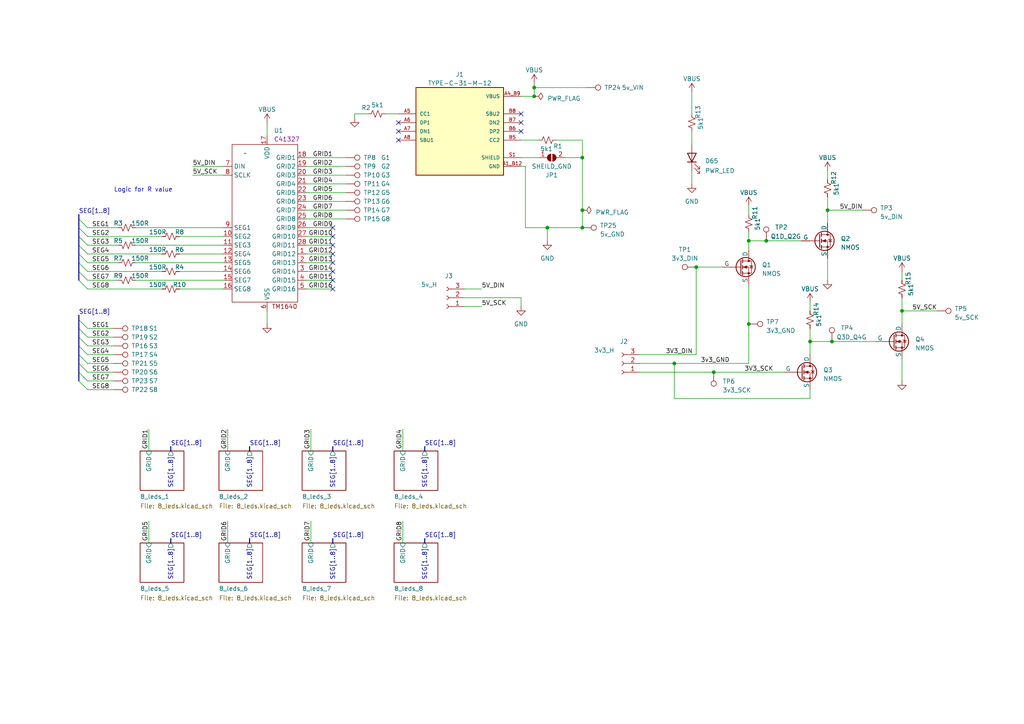
<source format=kicad_sch>
(kicad_sch (version 20230121) (generator eeschema)
  (paper "A4")
  (lib_symbols
    (symbol "Connector:Conn_01x03_Socket" (pin_names (offset 1.016) hide)
      (property "Reference" "J" (at 0 5.08 0))
      (property "Value" "Conn_01x03_Socket" (at 0 -5.08 0))
      (symbol "Conn_01x03_Socket_1_1"
        (arc (start 0 -2.032) (mid -0.5058 -2.54) (end 0 -3.048) (stroke (width 0.1524)))
        (polyline (pts (xy -1.27 -2.54) (xy -0.508 -2.54)) (stroke (width 0.1524)))
        (polyline (pts (xy -1.27 0) (xy -0.508 0)) (stroke (width 0.1524)))
        (polyline (pts (xy -1.27 2.54) (xy -0.508 2.54)) (stroke (width 0.1524)))
        (arc (start 0 0.508) (mid -0.5058 0) (end 0 -0.508) (stroke (width 0.1524)))
        (arc (start 0 3.048) (mid -0.5058 2.54) (end 0 2.032) (stroke (width 0.1524)))
        (pin passive line (at -5.08 2.54 0) (length 3.81) (name "Pin_1") (number "1"))
        (pin passive line (at -5.08 0 0) (length 3.81) (name "Pin_2") (number "2"))
        (pin passive line (at -5.08 -2.54 0) (length 3.81) (name "Pin_3") (number "3"))
      )
    )
    (symbol "Connector:TestPoint" (pin_numbers hide) (pin_names (offset 0.762) hide)
      (property "Reference" "TP" (at 0 6.858 0))
      (property "Value" "TestPoint" (at 0 5.08 0))
      (symbol "TestPoint_0_1"
        (circle (center 0 3.302) (radius 0.762))
      )
      (symbol "TestPoint_1_1"
        (pin passive line (at 0 0 90) (length 2.54) (name "1") (number "1"))
      )
    )
    (symbol "Device:LED" (pin_numbers hide) (pin_names (offset 1.016) hide)
      (property "Reference" "D" (at 0 2.54 0))
      (property "Value" "LED" (at 0 -2.54 0))
      (symbol "LED_0_1"
        (polyline (pts (xy -1.27 -1.27) (xy -1.27 1.27)) (stroke (width 0.254)))
        (polyline (pts (xy -1.27 0) (xy 1.27 0)))
        (polyline (pts (xy 1.27 -1.27) (xy 1.27 1.27) (xy -1.27 0) (xy 1.27 -1.27)) (stroke (width 0.254)))
        (polyline (pts (xy -3.048 -0.762) (xy -4.572 -2.286) (xy -3.81 -2.286) (xy -4.572 -2.286) (xy -4.572 -1.524)))
        (polyline (pts (xy -1.778 -0.762) (xy -3.302 -2.286) (xy -2.54 -2.286) (xy -3.302 -2.286) (xy -3.302 -1.524)))
      )
      (symbol "LED_1_1"
        (pin passive line (at -3.81 0 0) (length 2.54) (name "K") (number "1"))
        (pin passive line (at 3.81 0 180) (length 2.54) (name "A") (number "2"))
      )
    )
    (symbol "Device:R_Small_US" (pin_numbers hide) (pin_names (offset 0.254) hide)
      (property "Reference" "R" (at 0.762 0.508 0))
      (property "Value" "R_Small_US" (at 0.762 -1.016 0))
      (symbol "R_Small_US_1_1"
        (polyline (pts (xy 0 0) (xy 1.016 -0.381) (xy 0 -0.762) (xy -1.016 -1.143) (xy 0 -1.524)))
        (polyline (pts (xy 0 1.524) (xy 1.016 1.143) (xy 0 0.762) (xy -1.016 0.381) (xy 0 0)))
        (pin passive line (at 0 2.54 270) (length 1.016) (name "~") (number "1"))
        (pin passive line (at 0 -2.54 90) (length 1.016) (name "~") (number "2"))
      )
    )
    (symbol "Driver_LED:TM1640"
      (property "Reference" "U" (at 6.35 22.86 0))
      (property "JLC#" "C41327" (at 5.08 -27.94 0))
      (symbol "TM1640_0_1"
        (rectangle (start -10.16 21.59) (end 8.89 -24.13))
        (text "TM1640" (at 5.08 -25.4 0) (effects (font (size 1.27 1.27))))
      )
      (symbol "TM1640_1_1"
        (pin output line (at 11.43 -10.16 180) (length 2.54) (name "GRID12") (number "1"))
        (pin input line (at -12.7 -5.08 0) (length 2.54) (name "SEG2") (number "10"))
        (pin input line (at -12.7 -7.62 0) (length 2.54) (name "SEG3") (number "11"))
        (pin input line (at -12.7 -10.16 0) (length 2.54) (name "SEG4") (number "12"))
        (pin input line (at -12.7 -12.7 0) (length 2.54) (name "SEG5") (number "13"))
        (pin input line (at -12.7 -15.24 0) (length 2.54) (name "SEG6") (number "14"))
        (pin input line (at -12.7 -17.78 0) (length 2.54) (name "SEG7") (number "15"))
        (pin input line (at -12.7 -20.32 0) (length 2.54) (name "SEG8") (number "16"))
        (pin power_in line (at 0 24.13 270) (length 2.54) (name "VDD") (number "17"))
        (pin output line (at 11.43 17.78 180) (length 2.54) (name "GRID1") (number "18"))
        (pin output line (at 11.43 15.24 180) (length 2.54) (name "GRID2") (number "19"))
        (pin output line (at 11.43 -12.7 180) (length 2.54) (name "GRID13") (number "2"))
        (pin output line (at 11.43 12.7 180) (length 2.54) (name "GRID3") (number "20"))
        (pin output line (at 11.43 10.16 180) (length 2.54) (name "GRID4") (number "21"))
        (pin output line (at 11.43 7.62 180) (length 2.54) (name "GRID5") (number "22"))
        (pin output line (at 11.43 5.08 180) (length 2.54) (name "GRID6") (number "23"))
        (pin output line (at 11.43 2.54 180) (length 2.54) (name "GRID7") (number "24"))
        (pin output line (at 11.43 0 180) (length 2.54) (name "GRID8") (number "25"))
        (pin output line (at 11.43 -2.54 180) (length 2.54) (name "GRID9") (number "26"))
        (pin output line (at 11.43 -5.08 180) (length 2.54) (name "GRID10") (number "27"))
        (pin output line (at 11.43 -7.62 180) (length 2.54) (name "GRID11") (number "28"))
        (pin output line (at 11.43 -15.24 180) (length 2.54) (name "GRID14") (number "3"))
        (pin output line (at 11.43 -17.78 180) (length 2.54) (name "GRID15") (number "4"))
        (pin output line (at 11.43 -20.32 180) (length 2.54) (name "GRID16") (number "5"))
        (pin power_in line (at 0 -26.67 90) (length 2.54) (name "VSS") (number "6"))
        (pin input line (at -12.7 15.24 0) (length 2.54) (name "DIN") (number "7"))
        (pin input line (at -12.7 12.7 0) (length 2.54) (name "SCLK") (number "8"))
        (pin input line (at -12.7 -2.54 0) (length 2.54) (name "SEG1") (number "9"))
      )
    )
    (symbol "Jumper:SolderJumper_2_Open" (pin_names (offset 0) hide)
      (property "Reference" "JP" (at 0 2.032 0))
      (property "Value" "SolderJumper_2_Open" (at 0 -2.54 0))
      (symbol "SolderJumper_2_Open_0_1"
        (arc (start -0.254 1.016) (mid -1.2656 0) (end -0.254 -1.016))
        (arc (start -0.254 1.016) (mid -1.2656 0) (end -0.254 -1.016) (fill (type outline)))
        (polyline (pts (xy -0.254 1.016) (xy -0.254 -1.016)))
        (polyline (pts (xy 0.254 1.016) (xy 0.254 -1.016)))
        (arc (start 0.254 -1.016) (mid 1.2656 0) (end 0.254 1.016))
        (arc (start 0.254 -1.016) (mid 1.2656 0) (end 0.254 1.016) (fill (type outline)))
      )
      (symbol "SolderJumper_2_Open_1_1"
        (pin passive line (at -3.81 0 0) (length 2.54) (name "A") (number "1"))
        (pin passive line (at 3.81 0 180) (length 2.54) (name "B") (number "2"))
      )
    )
    (symbol "Simulation_SPICE:NMOS" (pin_numbers hide) (pin_names (offset 0))
      (property "Reference" "Q" (at 5.08 1.27 0))
      (property "Value" "NMOS" (at 5.08 -1.27 0))
      (symbol "NMOS_0_1"
        (polyline (pts (xy 0.254 0) (xy -2.54 0)))
        (polyline (pts (xy 0.254 1.905) (xy 0.254 -1.905)) (stroke (width 0.254)))
        (polyline (pts (xy 0.762 -1.27) (xy 0.762 -2.286)) (stroke (width 0.254)))
        (polyline (pts (xy 0.762 0.508) (xy 0.762 -0.508)) (stroke (width 0.254)))
        (polyline (pts (xy 0.762 2.286) (xy 0.762 1.27)) (stroke (width 0.254)))
        (polyline (pts (xy 2.54 2.54) (xy 2.54 1.778)))
        (polyline (pts (xy 2.54 -2.54) (xy 2.54 0) (xy 0.762 0)))
        (polyline (pts (xy 0.762 -1.778) (xy 3.302 -1.778) (xy 3.302 1.778) (xy 0.762 1.778)))
        (polyline (pts (xy 1.016 0) (xy 2.032 0.381) (xy 2.032 -0.381) (xy 1.016 0)) (fill (type outline)))
        (polyline (pts (xy 2.794 0.508) (xy 2.921 0.381) (xy 3.683 0.381) (xy 3.81 0.254)))
        (polyline (pts (xy 3.302 0.381) (xy 2.921 -0.254) (xy 3.683 -0.254) (xy 3.302 0.381)))
        (circle (center 1.651 0) (radius 2.794) (stroke (width 0.254)))
        (circle (center 2.54 -1.778) (radius 0.254) (fill (type outline)))
        (circle (center 2.54 1.778) (radius 0.254) (fill (type outline)))
      )
      (symbol "NMOS_1_1"
        (pin passive line (at 2.54 5.08 270) (length 2.54) (name "D") (number "1"))
        (pin input line (at -5.08 0 0) (length 2.54) (name "G") (number "2"))
        (pin passive line (at 2.54 -5.08 90) (length 2.54) (name "S") (number "3"))
      )
    )
    (symbol "TYPE-C-31-M-12:TYPE-C-31-M-12" (pin_names (offset 1.016))
      (property "Reference" "J" (at -12.7 13.462 0))
      (property "Value" "TYPE-C-31-M-12" (at -12.7 -13.462 0))
      (symbol "TYPE-C-31-M-12_0_0"
        (rectangle (start -12.7 -12.7) (end 12.7 12.7) (stroke (width 0.254)) (fill (type background)))
        (pin power_in line (at 17.78 -10.16 180) (length 5.08) (name "GND") (number "A1_B12"))
        (pin power_in line (at 17.78 10.16 180) (length 5.08) (name "VBUS") (number "A4_B9"))
        (pin bidirectional line (at -17.78 5.08 0) (length 5.08) (name "CC1") (number "A5"))
        (pin bidirectional line (at -17.78 2.54 0) (length 5.08) (name "DP1") (number "A6"))
        (pin bidirectional line (at -17.78 0 0) (length 5.08) (name "DN1") (number "A7"))
        (pin bidirectional line (at -17.78 -2.54 0) (length 5.08) (name "SBU1") (number "A8"))
        (pin power_in line (at 17.78 -10.16 180) (length 5.08) hide (name "GND") (number "B1_A12"))
        (pin power_in line (at 17.78 10.16 180) (length 5.08) hide (name "VBUS") (number "B4_A9"))
        (pin bidirectional line (at 17.78 -2.54 180) (length 5.08) (name "CC2") (number "B5"))
        (pin bidirectional line (at 17.78 0 180) (length 5.08) (name "DP2") (number "B6"))
        (pin bidirectional line (at 17.78 2.54 180) (length 5.08) (name "DN2") (number "B7"))
        (pin bidirectional line (at 17.78 5.08 180) (length 5.08) (name "SBU2") (number "B8"))
        (pin passive line (at 17.78 -7.62 180) (length 5.08) (name "SHIELD") (number "S1"))
        (pin passive line (at 17.78 -7.62 180) (length 5.08) hide (name "SHIELD") (number "S2"))
        (pin passive line (at 17.78 -7.62 180) (length 5.08) hide (name "SHIELD") (number "S3"))
        (pin passive line (at 17.78 -7.62 180) (length 5.08) hide (name "SHIELD") (number "S4"))
      )
    )
    (symbol "power:GND" (power) (pin_names (offset 0))
      (property "Value" "GND" (at 0 -3.81 0))
      (symbol "GND_0_1"
        (polyline (pts (xy 0 0) (xy 0 -1.27) (xy 1.27 -1.27) (xy 0 -2.54) (xy -1.27 -1.27) (xy 0 -1.27)))
      )
      (symbol "GND_1_1"
        (pin power_in line (at 0 0 270) (length 0) hide (name "GND") (number "1"))
      )
    )
    (symbol "power:PWR_FLAG" (power) (pin_numbers hide) (pin_names (offset 0) hide)
      (property "Value" "PWR_FLAG" (at 0 3.81 0))
      (symbol "PWR_FLAG_0_0"
        (pin power_out line (at 0 0 90) (length 0) (name "pwr") (number "1"))
      )
      (symbol "PWR_FLAG_0_1"
        (polyline (pts (xy 0 0) (xy 0 1.27) (xy -1.016 1.905) (xy 0 2.54) (xy 1.016 1.905) (xy 0 1.27)))
      )
    )
    (symbol "power:VBUS" (power) (pin_names (offset 0))
      (property "Value" "VBUS" (at 0 3.81 0))
      (symbol "VBUS_0_1"
        (polyline (pts (xy -0.762 1.27) (xy 0 2.54)))
        (polyline (pts (xy 0 0) (xy 0 2.54)))
        (polyline (pts (xy 0 2.54) (xy 0.762 1.27)))
      )
      (symbol "VBUS_1_1"
        (pin power_in line (at 0 0 90) (length 0) hide (name "VBUS") (number "1"))
      )
    )
  )
  (junction (at 217.17 93.98))
  (junction (at 201.93 77.47))
  (junction (at 154.94 27.94))
  (junction (at 168.91 45.72))
  (junction (at 154.94 25.4))
  (junction (at 241.3 99.06))
  (junction (at 234.95 99.06))
  (junction (at 240.03 60.96))
  (junction (at 217.17 69.85))
  (junction (at 158.75 66.04))
  (junction (at 195.58 105.41))
  (junction (at 207.01 107.95))
  (junction (at 261.62 90.17))
  (junction (at 168.91 66.04))
  (junction (at 222.25 69.85))
  (junction (at 168.91 60.96))
  (no_connect (at 96.52 78.74))
  (no_connect (at 151.13 33.02))
  (no_connect (at 96.52 73.66))
  (no_connect (at 96.52 66.04))
  (no_connect (at 96.52 68.58))
  (no_connect (at 151.13 35.56))
  (no_connect (at 96.52 76.2))
  (no_connect (at 115.57 35.56))
  (no_connect (at 151.13 38.1))
  (no_connect (at 96.52 71.12))
  (no_connect (at 96.52 81.28))
  (no_connect (at 96.52 83.82))
  (no_connect (at 115.57 38.1))
  (no_connect (at 115.57 40.64))
  (bus_entry (at 22.86 102.87) (size 2.54 2.54))
  (bus_entry (at 22.86 71.12) (size 2.54 2.54))
  (bus_entry (at 22.86 110.49) (size 2.54 2.54))
  (bus_entry (at 22.86 76.2) (size 2.54 2.54))
  (bus_entry (at 22.86 68.58) (size 2.54 2.54))
  (bus_entry (at 22.86 73.66) (size 2.54 2.54))
  (bus_entry (at 22.86 105.41) (size 2.54 2.54))
  (bus_entry (at 22.86 100.33) (size 2.54 2.54))
  (bus_entry (at 22.86 78.74) (size 2.54 2.54))
  (bus_entry (at 22.86 92.71) (size 2.54 2.54))
  (bus_entry (at 22.86 81.28) (size 2.54 2.54))
  (bus_entry (at 22.86 107.95) (size 2.54 2.54))
  (bus_entry (at 22.86 97.79) (size 2.54 2.54))
  (bus_entry (at 22.86 63.5) (size 2.54 2.54))
  (bus_entry (at 22.86 66.04) (size 2.54 2.54))
  (bus_entry (at 22.86 95.25) (size 2.54 2.54))
  (wire (pts (xy 88.9 71.12) (xy 96.52 71.12)))
  (wire (pts (xy 241.3 99.06) (xy 254 99.06)))
  (wire (pts (xy 88.9 45.72) (xy 100.33 45.72)))
  (wire (pts (xy 88.9 73.66) (xy 96.52 73.66)))
  (wire (pts (xy 234.95 115.57) (xy 234.95 113.03)))
  (wire (pts (xy 154.94 25.4) (xy 154.94 24.13)))
  (bus (pts (xy 22.86 63.5) (xy 22.86 66.04)))
  (wire (pts (xy 217.17 93.98) (xy 217.17 105.41)))
  (wire (pts (xy 39.37 71.12) (xy 64.77 71.12)))
  (wire (pts (xy 25.4 95.25) (xy 33.02 95.25)))
  (wire (pts (xy 168.91 60.96) (xy 168.91 66.04)))
  (wire (pts (xy 25.4 68.58) (xy 46.99 68.58)))
  (bus (pts (xy 22.86 71.12) (xy 22.86 73.66)))
  (bus (pts (xy 72.39 129.54) (xy 72.39 130.81)))
  (wire (pts (xy 88.9 48.26) (xy 100.33 48.26)))
  (bus (pts (xy 22.86 105.41) (xy 22.86 107.95)))
  (wire (pts (xy 39.37 66.04) (xy 64.77 66.04)))
  (wire (pts (xy 25.4 97.79) (xy 33.02 97.79)))
  (bus (pts (xy 22.86 91.44) (xy 22.86 92.71)))
  (wire (pts (xy 200.66 26.67) (xy 200.66 33.02)))
  (wire (pts (xy 158.75 66.04) (xy 168.91 66.04)))
  (bus (pts (xy 22.86 102.87) (xy 22.86 105.41)))
  (wire (pts (xy 154.94 27.94) (xy 154.94 25.4)))
  (bus (pts (xy 22.86 97.79) (xy 22.86 100.33)))
  (wire (pts (xy 201.93 102.87) (xy 201.93 77.47)))
  (wire (pts (xy 227.33 107.95) (xy 207.01 107.95)))
  (wire (pts (xy 88.9 78.74) (xy 96.52 78.74)))
  (wire (pts (xy 25.4 81.28) (xy 34.29 81.28)))
  (bus (pts (xy 123.19 129.54) (xy 123.19 130.81)))
  (wire (pts (xy 116.84 151.13) (xy 116.84 157.48)))
  (wire (pts (xy 25.4 110.49) (xy 33.02 110.49)))
  (wire (pts (xy 154.94 25.4) (xy 170.18 25.4)))
  (wire (pts (xy 39.37 81.28) (xy 64.77 81.28)))
  (wire (pts (xy 240.03 60.96) (xy 250.19 60.96)))
  (wire (pts (xy 66.04 124.46) (xy 66.04 130.81)))
  (bus (pts (xy 22.86 68.58) (xy 22.86 71.12)))
  (wire (pts (xy 234.95 99.06) (xy 234.95 102.87)))
  (wire (pts (xy 217.17 67.31) (xy 217.17 69.85)))
  (wire (pts (xy 88.9 58.42) (xy 100.33 58.42)))
  (wire (pts (xy 88.9 76.2) (xy 96.52 76.2)))
  (wire (pts (xy 102.87 34.29) (xy 102.87 33.02)))
  (wire (pts (xy 134.62 83.82) (xy 139.7 83.82)))
  (wire (pts (xy 222.25 69.85) (xy 232.41 69.85)))
  (wire (pts (xy 88.9 63.5) (xy 100.33 63.5)))
  (wire (pts (xy 25.4 102.87) (xy 33.02 102.87)))
  (wire (pts (xy 88.9 81.28) (xy 96.52 81.28)))
  (wire (pts (xy 217.17 59.69) (xy 217.17 62.23)))
  (wire (pts (xy 217.17 82.55) (xy 217.17 93.98)))
  (wire (pts (xy 25.4 107.95) (xy 33.02 107.95)))
  (wire (pts (xy 240.03 60.96) (xy 240.03 64.77)))
  (wire (pts (xy 88.9 55.88) (xy 100.33 55.88)))
  (bus (pts (xy 123.19 156.21) (xy 123.19 157.48)))
  (wire (pts (xy 134.62 88.9) (xy 139.7 88.9)))
  (wire (pts (xy 151.13 45.72) (xy 156.21 45.72)))
  (wire (pts (xy 168.91 45.72) (xy 168.91 60.96)))
  (wire (pts (xy 168.91 40.64) (xy 168.91 45.72)))
  (bus (pts (xy 22.86 66.04) (xy 22.86 68.58)))
  (bus (pts (xy 22.86 100.33) (xy 22.86 102.87)))
  (wire (pts (xy 151.13 88.9) (xy 151.13 86.36)))
  (wire (pts (xy 151.13 40.64) (xy 156.21 40.64)))
  (wire (pts (xy 234.95 95.25) (xy 234.95 99.06)))
  (wire (pts (xy 52.07 78.74) (xy 64.77 78.74)))
  (wire (pts (xy 52.07 73.66) (xy 64.77 73.66)))
  (wire (pts (xy 151.13 27.94) (xy 154.94 27.94)))
  (bus (pts (xy 22.86 107.95) (xy 22.86 110.49)))
  (wire (pts (xy 207.01 107.95) (xy 185.42 107.95)))
  (bus (pts (xy 22.86 76.2) (xy 22.86 78.74)))
  (bus (pts (xy 22.86 92.71) (xy 22.86 95.25)))
  (wire (pts (xy 52.07 83.82) (xy 64.77 83.82)))
  (wire (pts (xy 185.42 102.87) (xy 201.93 102.87)))
  (wire (pts (xy 25.4 105.41) (xy 33.02 105.41)))
  (wire (pts (xy 88.9 83.82) (xy 96.52 83.82)))
  (wire (pts (xy 77.47 39.37) (xy 77.47 35.56)))
  (wire (pts (xy 217.17 69.85) (xy 217.17 72.39)))
  (wire (pts (xy 163.83 45.72) (xy 168.91 45.72)))
  (wire (pts (xy 88.9 60.96) (xy 100.33 60.96)))
  (wire (pts (xy 158.75 66.04) (xy 158.75 69.85)))
  (wire (pts (xy 195.58 105.41) (xy 217.17 105.41)))
  (wire (pts (xy 88.9 50.8) (xy 100.33 50.8)))
  (wire (pts (xy 261.62 86.36) (xy 261.62 90.17)))
  (bus (pts (xy 22.86 95.25) (xy 22.86 97.79)))
  (wire (pts (xy 25.4 100.33) (xy 33.02 100.33)))
  (wire (pts (xy 25.4 71.12) (xy 34.29 71.12)))
  (wire (pts (xy 52.07 68.58) (xy 64.77 68.58)))
  (wire (pts (xy 152.4 48.26) (xy 152.4 66.04)))
  (wire (pts (xy 88.9 68.58) (xy 96.52 68.58)))
  (wire (pts (xy 39.37 76.2) (xy 64.77 76.2)))
  (wire (pts (xy 217.17 69.85) (xy 222.25 69.85)))
  (wire (pts (xy 43.18 130.81) (xy 43.18 124.46)))
  (wire (pts (xy 25.4 76.2) (xy 34.29 76.2)))
  (bus (pts (xy 49.53 156.21) (xy 49.53 157.48)))
  (wire (pts (xy 195.58 105.41) (xy 195.58 115.57)))
  (wire (pts (xy 185.42 105.41) (xy 195.58 105.41)))
  (wire (pts (xy 66.04 151.13) (xy 66.04 157.48)))
  (wire (pts (xy 234.95 87.63) (xy 234.95 90.17)))
  (wire (pts (xy 240.03 74.93) (xy 240.03 81.28)))
  (wire (pts (xy 111.76 33.02) (xy 115.57 33.02)))
  (wire (pts (xy 201.93 77.47) (xy 209.55 77.47)))
  (bus (pts (xy 96.52 156.21) (xy 96.52 157.48)))
  (wire (pts (xy 261.62 90.17) (xy 271.78 90.17)))
  (bus (pts (xy 22.86 73.66) (xy 22.86 76.2)))
  (wire (pts (xy 261.62 90.17) (xy 261.62 93.98)))
  (wire (pts (xy 90.17 124.46) (xy 90.17 130.81)))
  (wire (pts (xy 234.95 99.06) (xy 241.3 99.06)))
  (bus (pts (xy 49.53 129.54) (xy 49.53 130.81)))
  (bus (pts (xy 96.52 129.54) (xy 96.52 130.81)))
  (wire (pts (xy 25.4 66.04) (xy 34.29 66.04)))
  (wire (pts (xy 240.03 49.53) (xy 240.03 52.07)))
  (wire (pts (xy 25.4 113.03) (xy 33.02 113.03)))
  (wire (pts (xy 88.9 53.34) (xy 100.33 53.34)))
  (bus (pts (xy 22.86 62.23) (xy 22.86 63.5)))
  (wire (pts (xy 240.03 57.15) (xy 240.03 60.96)))
  (wire (pts (xy 134.62 86.36) (xy 151.13 86.36)))
  (wire (pts (xy 195.58 115.57) (xy 234.95 115.57)))
  (wire (pts (xy 77.47 90.17) (xy 77.47 93.98)))
  (wire (pts (xy 25.4 78.74) (xy 46.99 78.74)))
  (wire (pts (xy 152.4 66.04) (xy 158.75 66.04)))
  (wire (pts (xy 200.66 49.53) (xy 200.66 53.34)))
  (wire (pts (xy 25.4 73.66) (xy 46.99 73.66)))
  (wire (pts (xy 261.62 104.14) (xy 261.62 110.49)))
  (wire (pts (xy 116.84 124.46) (xy 116.84 130.81)))
  (wire (pts (xy 161.29 40.64) (xy 168.91 40.64)))
  (wire (pts (xy 25.4 83.82) (xy 46.99 83.82)))
  (wire (pts (xy 151.13 48.26) (xy 152.4 48.26)))
  (wire (pts (xy 261.62 78.74) (xy 261.62 81.28)))
  (wire (pts (xy 55.88 50.8) (xy 64.77 50.8)))
  (wire (pts (xy 90.17 151.13) (xy 90.17 157.48)))
  (wire (pts (xy 43.18 151.13) (xy 43.18 157.48)))
  (wire (pts (xy 200.66 38.1) (xy 200.66 41.91)))
  (wire (pts (xy 55.88 48.26) (xy 64.77 48.26)))
  (bus (pts (xy 72.39 156.21) (xy 72.39 157.48)))
  (wire (pts (xy 88.9 66.04) (xy 96.52 66.04)))
  (wire (pts (xy 102.87 33.02) (xy 106.68 33.02)))
  (bus (pts (xy 22.86 78.74) (xy 22.86 81.28)))
  (text "Logic for R value\n" (at 33.02 55.88 0) (effects (font (size 1.27 1.27)) (justify left bottom)))
  (label "GRID11" (at 96.52 71.12 180))
  (label "SEG[1..8]" (at 72.39 156.21 0))
  (label "SEG6" (at 26.67 78.74 0))
  (label "GRID1" (at 96.52 45.72 180))
  (label "SEG4" (at 26.67 102.87 0))
  (label "SEG[1..8]" (at 96.52 129.54 0))
  (label "GRID8" (at 96.52 63.5 180))
  (label "SEG[1..8]" (at 123.19 156.21 0))
  (label "3V3_DIN" (at 193.04 102.87 0))
  (label "GRID4" (at 116.84 124.46 270))
  (label "SEG7" (at 26.67 110.49 0))
  (label "GRID6" (at 66.04 151.13 270))
  (label "SEG4" (at 26.67 73.66 0))
  (label "GRID2" (at 66.04 124.46 270))
  (label "SEG[1..8]" (at 22.86 62.23 0))
  (label "5V_DIN" (at 250.19 60.96 180))
  (label "GRID12" (at 96.52 73.66 180))
  (label "SEG[1..8]" (at 49.53 129.54 0))
  (label "SEG3" (at 26.67 100.33 0))
  (label "5V_SCK" (at 55.88 50.8 0))
  (label "GRID7" (at 96.52 60.96 180))
  (label "SEG[1..8]" (at 22.86 91.44 0))
  (label "SEG5" (at 26.67 105.41 0))
  (label "GRID5" (at 96.52 55.88 180))
  (label "SEG[1..8]" (at 49.53 156.21 0))
  (label "GRID15" (at 96.52 81.28 180))
  (label "SEG3" (at 26.67 71.12 0))
  (label "GRID16" (at 96.52 83.82 180))
  (label "SEG[1..8]" (at 123.19 129.54 0))
  (label "SEG1" (at 26.67 95.25 0))
  (label "3v3_GND" (at 203.2 105.41 0))
  (label "SEG1" (at 26.67 66.04 0))
  (label "SEG6" (at 26.67 107.95 0))
  (label "GRID9" (at 96.52 66.04 180))
  (label "5V_DIN" (at 55.88 48.26 0))
  (label "GRID14" (at 96.52 78.74 180))
  (label "GRID10" (at 96.52 68.58 180))
  (label "GRID6" (at 96.52 58.42 180))
  (label "GRID7" (at 90.17 151.13 270))
  (label "SEG2" (at 26.67 68.58 0))
  (label "GRID13" (at 96.52 76.2 180))
  (label "SEG8" (at 26.67 83.82 0))
  (label "5V_SCK" (at 271.78 90.17 180))
  (label "5V_DIN" (at 139.7 83.82 0))
  (label "3V3_SCK" (at 215.9 107.95 0))
  (label "GRID4" (at 96.52 53.34 180))
  (label "GRID1" (at 43.18 124.46 270))
  (label "SEG[1..8]" (at 96.52 156.21 0))
  (label "SEG2" (at 26.67 97.79 0))
  (label "SEG7" (at 26.67 81.28 0))
  (label "GRID3" (at 96.52 50.8 180))
  (label "GRID8" (at 116.84 151.13 270))
  (label "GRID3" (at 90.17 124.46 270))
  (label "GRID5" (at 43.18 151.13 270))
  (label "5V_SCK" (at 139.7 88.9 0))
  (label "SEG8" (at 26.67 113.03 0))
  (label "GRID2" (at 96.52 48.26 180))
  (label "SEG5" (at 26.67 76.2 0))
  (label "SEG[1..8]" (at 72.39 129.54 0))
  (symbol (lib_id "Connector:TestPoint") (at 201.93 77.47 90) (unit 1)
    (property "Reference" "TP1" (at 198.628 72.39 90))
    (property "Value" "3v3_DIN" (at 198.628 74.93 90))
    (property "Footprint" "TestPoint:TestPoint_Pad_D2.5mm" (effects hide))
  )
  (symbol (lib_id "Device:R_Small_US") (at 240.03 54.61 180) (unit 1)
    (property "Reference" "R12" (at 241.808 51.562 90))
    (property "Value" "5k1" (at 242.57 54.864 90))
    (property "Footprint" "Resistor_SMD:R_0402_1005Metric" (effects hide))
    (property "JLC#" "C105872" (effects hide))
  )
  (symbol (lib_id "Connector:TestPoint") (at 100.33 55.88 270) (unit 1)
    (property "Reference" "TP12" (at 105.41 55.88 90) (effects (justify left)))
    (property "Value" "G5" (at 110.49 55.88 90) (effects (justify left)))
    (property "Footprint" "TestPoint:TestPoint_Pad_D2.5mm" (effects hide))
  )
  (symbol (lib_id "power:GND") (at 77.47 93.98 0) (unit 1)
    (property "Reference" "#PWR05" (effects hide))
    (property "Value" "GND" (effects hide))
  )
  (symbol (lib_id "Simulation_SPICE:NMOS") (at 214.63 77.47 0) (unit 1)
    (property "Reference" "Q1" (at 220.98 76.835 0) (effects (justify left)))
    (property "Value" "NMOS" (at 220.98 79.375 0) (effects (justify left)))
    (property "Footprint" "Package_TO_SOT_SMD:SOT-23" (effects hide))
    (property "Datasheet" "https://ngspice.sourceforge.io/docs/ngspice-manual.pdf" (effects hide))
    (property "Sim.Device" "NMOS" (effects hide))
    (property "Sim.Type" "VDMOS" (effects hide))
    (property "Sim.Pins" "1=D 2=G 3=S" (effects hide))
    (property "JLC#" "2N7002" (effects hide))
  )
  (symbol (lib_id "TYPE-C-31-M-12:TYPE-C-31-M-12") (at 133.35 38.1 0) (unit 1)
    (property "Reference" "J1" (at 133.35 21.59 0))
    (property "Value" "TYPE-C-31-M-12" (at 133.35 24.13 0))
    (property "Footprint" "footprints:HRO_TYPE-C-31-M-12" (effects hide))
    (property "PARTREV" "2020.12.08" (effects hide))
    (property "MANUFACTURER" "HRO Electronics Co., Ltd." (effects hide))
    (property "SNAPEDA_PN" "TYPE-C-31-M-12" (effects hide))
    (property "STANDARD" "Manufacturer Recommendations" (effects hide))
    (property "MAXIMUM_PACKAGE_HEIGHT" "3.26 mm" (effects hide))
    (property "JLC#" "C165948" (effects hide))
  )
  (symbol (lib_id "Connector:TestPoint") (at 222.25 69.85 0) (unit 1)
    (property "Reference" "TP2" (at 224.79 65.913 0) (effects (justify left)))
    (property "Value" "Q1D_Q2G" (at 223.52 68.58 0) (effects (justify left)))
    (property "Footprint" "TestPoint:TestPoint_Pad_D2.5mm" (effects hide))
  )
  (symbol (lib_id "Device:R_Small_US") (at 36.83 66.04 270) (mirror x) (unit 1)
    (property "Reference" "R3" (at 34.29 64.77 90))
    (property "Value" "150R" (at 40.64 64.77 90))
    (property "Footprint" "Resistor_SMD:R_0402_1005Metric" (effects hide))
    (property "JLC#" "C25082" (effects hide))
  )
  (symbol (lib_id "Device:R_Small_US") (at 49.53 83.82 90) (unit 1)
    (property "Reference" "R10" (at 52.07 82.55 90))
    (property "Value" "150R" (at 45.72 82.55 90))
    (property "Footprint" "Resistor_SMD:R_0402_1005Metric" (effects hide))
    (property "JLC#" "C25082" (effects hide))
  )
  (symbol (lib_id "Connector:Conn_01x03_Socket") (at 180.34 105.41 180) (unit 1)
    (property "Reference" "J2" (at 180.975 99.06 0))
    (property "Value" "3v3_H" (at 175.26 101.6 0))
    (property "Footprint" "Connector_PinHeader_2.54mm:PinHeader_1x03_P2.54mm_Vertical" (effects hide))
    (property "JLC#" "C146243" (effects hide))
  )
  (symbol (lib_id "Device:R_Small_US") (at 234.95 92.71 180) (unit 1)
    (property "Reference" "R14" (at 236.728 89.662 90))
    (property "Value" "5k1" (at 237.49 92.964 90))
    (property "Footprint" "Resistor_SMD:R_0402_1005Metric" (effects hide))
    (property "JLC#" "C105872" (effects hide))
  )
  (symbol (lib_id "power:GND") (at 200.66 53.34 0) (unit 1)
    (property "Reference" "#PWR013" (effects hide))
    (property "Value" "GND" (at 200.66 58.42 0))
  )
  (symbol (lib_id "power:GND") (at 240.03 81.28 0) (unit 1)
    (property "Reference" "#PWR08" (effects hide))
    (property "Value" "GND" (effects hide))
  )
  (symbol (lib_id "Driver_LED:TM1640") (at 77.47 63.5 0) (unit 1)
    (property "Reference" "U1" (at 79.4259 37.846 0) (effects (justify left)))
    (property "Value" "~" (at 71.12 44.45 0))
    (property "Footprint" "Package_SO:SOIC-28W_7.5x17.9mm_P1.27mm" (effects hide))
    (property "Datasheet" "https://datasheet.lcsc.com/lcsc/2101251932_TM-Shenzhen-Titan-Micro-Elec-TM1640_C41327.pdf" (effects hide))
    (property "JLC#" "C41327" (at 79.4259 40.386 0) (effects (justify left)))
  )
  (symbol (lib_id "Device:R_Small_US") (at 200.66 35.56 180) (unit 1)
    (property "Reference" "R13" (at 202.438 32.512 90))
    (property "Value" "5k1" (at 203.2 35.814 90))
    (property "Footprint" "Resistor_SMD:R_0402_1005Metric" (effects hide))
    (property "JLC#" "C105872" (effects hide))
  )
  (symbol (lib_id "Connector:Conn_01x03_Socket") (at 129.54 86.36 180) (unit 1)
    (property "Reference" "J3" (at 130.175 80.01 0))
    (property "Value" "5v_H" (at 124.46 82.55 0))
    (property "Footprint" "Connector_PinHeader_2.54mm:PinHeader_1x03_P2.54mm_Vertical" (effects hide))
    (property "JLC#" "C146243" (effects hide))
  )
  (symbol (lib_id "Connector:TestPoint") (at 241.3 99.06 0) (unit 1)
    (property "Reference" "TP4" (at 243.84 95.123 0) (effects (justify left)))
    (property "Value" "Q3D_Q4G" (at 242.57 97.79 0) (effects (justify left)))
    (property "Footprint" "TestPoint:TestPoint_Pad_D2.5mm" (effects hide))
  )
  (symbol (lib_id "Connector:TestPoint") (at 33.02 113.03 270) (mirror x) (unit 1)
    (property "Reference" "TP22" (at 38.1 113.03 90) (effects (justify left)))
    (property "Value" "S8" (at 43.18 113.03 90) (effects (justify left)))
    (property "Footprint" "TestPoint:TestPoint_Pad_D2.5mm" (effects hide))
  )
  (symbol (lib_id "power:VBUS") (at 200.66 26.67 0) (unit 1)
    (property "Reference" "#PWR014" (effects hide))
    (property "Value" "VBUS" (at 200.66 22.86 0))
  )
  (symbol (lib_id "Connector:TestPoint") (at 207.01 107.95 180) (unit 1)
    (property "Reference" "TP6" (at 209.55 110.617 0) (effects (justify right)))
    (property "Value" "3v3_SCK" (at 209.55 113.157 0) (effects (justify right)))
    (property "Footprint" "TestPoint:TestPoint_Pad_D2.5mm" (effects hide))
  )
  (symbol (lib_id "Connector:TestPoint") (at 33.02 100.33 270) (unit 1)
    (property "Reference" "TP16" (at 38.1 100.33 90) (effects (justify left)))
    (property "Value" "S3" (at 43.18 100.33 90) (effects (justify left)))
    (property "Footprint" "TestPoint:TestPoint_Pad_D2.5mm" (effects hide))
  )
  (symbol (lib_id "Connector:TestPoint") (at 100.33 63.5 270) (unit 1)
    (property "Reference" "TP15" (at 105.41 63.5 90) (effects (justify left)))
    (property "Value" "G8" (at 110.49 63.5 90) (effects (justify left)))
    (property "Footprint" "TestPoint:TestPoint_Pad_D2.5mm" (effects hide))
  )
  (symbol (lib_id "Connector:TestPoint") (at 33.02 95.25 270) (unit 1)
    (property "Reference" "TP18" (at 38.1 95.25 90) (effects (justify left)))
    (property "Value" "S1" (at 43.18 95.25 90) (effects (justify left)))
    (property "Footprint" "TestPoint:TestPoint_Pad_D2.5mm" (effects hide))
  )
  (symbol (lib_id "Connector:TestPoint") (at 271.78 90.17 270) (unit 1)
    (property "Reference" "TP5" (at 276.86 89.535 90) (effects (justify left)))
    (property "Value" "5v_SCK" (at 276.86 92.075 90) (effects (justify left)))
    (property "Footprint" "TestPoint:TestPoint_Pad_D2.5mm" (effects hide))
  )
  (symbol (lib_id "power:VBUS") (at 240.03 49.53 0) (unit 1)
    (property "Reference" "#PWR07" (effects hide))
    (property "Value" "VBUS" (at 240.03 45.72 0))
  )
  (symbol (lib_id "Device:R_Small_US") (at 49.53 78.74 90) (unit 1)
    (property "Reference" "R4" (at 52.07 77.47 90))
    (property "Value" "150R" (at 45.72 77.47 90))
    (property "Footprint" "Resistor_SMD:R_0402_1005Metric" (effects hide))
    (property "JLC#" "C25082" (effects hide))
  )
  (symbol (lib_id "Connector:TestPoint") (at 33.02 97.79 270) (unit 1)
    (property "Reference" "TP19" (at 38.1 97.79 90) (effects (justify left)))
    (property "Value" "S2" (at 43.18 97.79 90) (effects (justify left)))
    (property "Footprint" "TestPoint:TestPoint_Pad_D2.5mm" (effects hide))
  )
  (symbol (lib_id "Jumper:SolderJumper_2_Open") (at 160.02 45.72 0) (unit 1)
    (property "Reference" "JP1" (at 160.02 50.8 0))
    (property "Value" "SHEILD_GND" (at 160.02 48.26 0))
    (property "Footprint" "Jumper:SolderJumper-2_P1.3mm_Open_TrianglePad1.0x1.5mm" (effects hide))
  )
  (symbol (lib_id "Connector:TestPoint") (at 170.18 25.4 270) (unit 1)
    (property "Reference" "TP24" (at 175.26 25.4 90) (effects (justify left)))
    (property "Value" "5v_VIN" (at 180.34 25.4 90) (effects (justify left)))
    (property "Footprint" "TestPoint:TestPoint_Pad_D2.5mm" (effects hide))
  )
  (symbol (lib_id "power:VBUS") (at 77.47 35.56 0) (unit 1)
    (property "Reference" "#PWR02" (effects hide))
    (property "Value" "VBUS" (at 77.47 31.75 0))
  )
  (symbol (lib_id "Connector:TestPoint") (at 100.33 45.72 270) (unit 1)
    (property "Reference" "TP8" (at 105.41 45.72 90) (effects (justify left)))
    (property "Value" "G1" (at 110.49 45.72 90) (effects (justify left)))
    (property "Footprint" "TestPoint:TestPoint_Pad_D2.5mm" (effects hide))
  )
  (symbol (lib_id "Connector:TestPoint") (at 100.33 58.42 270) (unit 1)
    (property "Reference" "TP13" (at 105.41 58.42 90) (effects (justify left)))
    (property "Value" "G6" (at 110.49 58.42 90) (effects (justify left)))
    (property "Footprint" "TestPoint:TestPoint_Pad_D2.5mm" (effects hide))
  )
  (symbol (lib_id "Device:R_Small_US") (at 109.22 33.02 270) (unit 1)
    (property "Reference" "R2" (at 106.172 31.242 90))
    (property "Value" "5k1" (at 109.474 30.48 90))
    (property "Footprint" "Resistor_SMD:R_0402_1005Metric" (effects hide))
    (property "JLC#" "C105872" (effects hide))
  )
  (symbol (lib_id "power:VBUS") (at 217.17 59.69 0) (unit 1)
    (property "Reference" "#PWR06" (effects hide))
    (property "Value" "VBUS" (at 217.17 55.88 0))
  )
  (symbol (lib_id "Device:R_Small_US") (at 36.83 71.12 270) (mirror x) (unit 1)
    (property "Reference" "R5" (at 34.29 69.85 90))
    (property "Value" "150R" (at 40.64 69.85 90))
    (property "Footprint" "Resistor_SMD:R_0402_1005Metric" (effects hide))
    (property "JLC#" "C25082" (effects hide))
  )
  (symbol (lib_id "Simulation_SPICE:NMOS") (at 232.41 107.95 0) (unit 1)
    (property "Reference" "Q3" (at 238.76 107.315 0) (effects (justify left)))
    (property "Value" "NMOS" (at 238.76 109.855 0) (effects (justify left)))
    (property "Footprint" "Package_TO_SOT_SMD:SOT-23" (effects hide))
    (property "Datasheet" "https://ngspice.sourceforge.io/docs/ngspice-manual.pdf" (effects hide))
    (property "Sim.Device" "NMOS" (effects hide))
    (property "Sim.Type" "VDMOS" (effects hide))
    (property "Sim.Pins" "1=D 2=G 3=S" (effects hide))
    (property "JLC#" "2N7002" (effects hide))
  )
  (symbol (lib_id "power:GND") (at 158.75 69.85 0) (unit 1)
    (property "Reference" "#PWR01" (effects hide))
    (property "Value" "GND" (at 158.75 74.93 0))
  )
  (symbol (lib_id "power:GND") (at 151.13 88.9 0) (unit 1)
    (property "Reference" "#PWR012" (effects hide))
    (property "Value" "GND" (at 151.13 93.98 0))
  )
  (symbol (lib_id "Connector:TestPoint") (at 100.33 48.26 270) (unit 1)
    (property "Reference" "TP9" (at 105.41 48.26 90) (effects (justify left)))
    (property "Value" "G2" (at 110.49 48.26 90) (effects (justify left)))
    (property "Footprint" "TestPoint:TestPoint_Pad_D2.5mm" (effects hide))
  )
  (symbol (lib_id "power:PWR_FLAG") (at 154.94 27.94 270) (unit 1)
    (property "Reference" "#FLG01" (effects hide))
    (property "Value" "PWR_FLAG" (at 158.75 28.575 90) (effects (justify left)))
  )
  (symbol (lib_id "Device:R_Small_US") (at 49.53 73.66 90) (unit 1)
    (property "Reference" "R6" (at 52.07 72.39 90))
    (property "Value" "150R" (at 45.72 72.39 90))
    (property "Footprint" "Resistor_SMD:R_0402_1005Metric" (effects hide))
    (property "JLC#" "C25082" (effects hide))
  )
  (symbol (lib_id "Simulation_SPICE:NMOS") (at 259.08 99.06 0) (unit 1)
    (property "Reference" "Q4" (at 265.43 98.425 0) (effects (justify left)))
    (property "Value" "NMOS" (at 265.43 100.965 0) (effects (justify left)))
    (property "Footprint" "Package_TO_SOT_SMD:SOT-23" (effects hide))
    (property "Datasheet" "https://ngspice.sourceforge.io/docs/ngspice-manual.pdf" (effects hide))
    (property "Sim.Device" "NMOS" (effects hide))
    (property "Sim.Type" "VDMOS" (effects hide))
    (property "Sim.Pins" "1=D 2=G 3=S" (effects hide))
    (property "JLC#" "2N7002" (effects hide))
  )
  (symbol (lib_id "Connector:TestPoint") (at 33.02 102.87 270) (unit 1)
    (property "Reference" "TP17" (at 38.1 102.87 90) (effects (justify left)))
    (property "Value" "S4" (at 43.18 102.87 90) (effects (justify left)))
    (property "Footprint" "TestPoint:TestPoint_Pad_D2.5mm" (effects hide))
  )
  (symbol (lib_id "Connector:TestPoint") (at 168.91 66.04 270) (unit 1)
    (property "Reference" "TP25" (at 173.99 65.405 90) (effects (justify left)))
    (property "Value" "5v_GND" (at 173.99 67.945 90) (effects (justify left)))
    (property "Footprint" "TestPoint:TestPoint_Pad_D2.5mm" (effects hide))
  )
  (symbol (lib_id "power:VBUS") (at 154.94 24.13 0) (unit 1)
    (property "Reference" "#PWR03" (effects hide))
    (property "Value" "VBUS" (at 154.94 20.32 0))
  )
  (symbol (lib_id "power:VBUS") (at 234.95 87.63 0) (unit 1)
    (property "Reference" "#PWR011" (effects hide))
    (property "Value" "VBUS" (at 234.95 83.82 0))
  )
  (symbol (lib_id "Connector:TestPoint") (at 100.33 50.8 270) (unit 1)
    (property "Reference" "TP10" (at 105.41 50.8 90) (effects (justify left)))
    (property "Value" "G3" (at 110.49 50.8 90) (effects (justify left)))
    (property "Footprint" "TestPoint:TestPoint_Pad_D2.5mm" (effects hide))
  )
  (symbol (lib_id "Device:R_Small_US") (at 261.62 83.82 180) (unit 1)
    (property "Reference" "R15" (at 263.398 80.772 90))
    (property "Value" "5k1" (at 264.16 84.074 90))
    (property "Footprint" "Resistor_SMD:R_0402_1005Metric" (effects hide))
    (property "JLC#" "C105872" (effects hide))
  )
  (symbol (lib_id "Device:R_Small_US") (at 36.83 76.2 90) (unit 1)
    (property "Reference" "R7" (at 34.29 74.93 90))
    (property "Value" "150R" (at 40.64 74.93 90))
    (property "Footprint" "Resistor_SMD:R_0402_1005Metric" (effects hide))
    (property "JLC#" "C25082" (effects hide))
  )
  (symbol (lib_id "Connector:TestPoint") (at 217.17 93.98 270) (unit 1)
    (property "Reference" "TP7" (at 222.25 93.345 90) (effects (justify left)))
    (property "Value" "3v3_GND" (at 222.25 95.885 90) (effects (justify left)))
    (property "Footprint" "TestPoint:TestPoint_Pad_D2.5mm" (effects hide))
  )
  (symbol (lib_id "Connector:TestPoint") (at 100.33 60.96 270) (unit 1)
    (property "Reference" "TP14" (at 105.41 60.96 90) (effects (justify left)))
    (property "Value" "G7" (at 110.49 60.96 90) (effects (justify left)))
    (property "Footprint" "TestPoint:TestPoint_Pad_D2.5mm" (effects hide))
  )
  (symbol (lib_id "Device:R_Small_US") (at 158.75 40.64 90) (unit 1)
    (property "Reference" "R1" (at 161.798 42.418 90))
    (property "Value" "5k1" (at 158.496 43.18 90))
    (property "Footprint" "Resistor_SMD:R_0402_1005Metric" (effects hide))
    (property "JLC#" "C105872" (effects hide))
  )
  (symbol (lib_id "Simulation_SPICE:NMOS") (at 237.49 69.85 0) (unit 1)
    (property "Reference" "Q2" (at 243.84 69.215 0) (effects (justify left)))
    (property "Value" "NMOS" (at 243.84 71.755 0) (effects (justify left)))
    (property "Footprint" "Package_TO_SOT_SMD:SOT-23" (effects hide))
    (property "Datasheet" "https://ngspice.sourceforge.io/docs/ngspice-manual.pdf" (effects hide))
    (property "Sim.Device" "NMOS" (effects hide))
    (property "Sim.Type" "VDMOS" (effects hide))
    (property "Sim.Pins" "1=D 2=G 3=S" (effects hide))
    (property "JLC#" "2N7002" (effects hide))
  )
  (symbol (lib_id "Device:R_Small_US") (at 49.53 68.58 90) (unit 1)
    (property "Reference" "R8" (at 52.07 67.31 90))
    (property "Value" "150R" (at 45.72 67.31 90))
    (property "Footprint" "Resistor_SMD:R_0402_1005Metric" (effects hide))
    (property "JLC#" "C25082" (effects hide))
  )
  (symbol (lib_id "power:GND") (at 102.87 34.29 0) (unit 1)
    (property "Reference" "#PWR04" (effects hide))
    (property "Value" "GND" (effects hide))
  )
  (symbol (lib_id "Device:R_Small_US") (at 36.83 81.28 270) (mirror x) (unit 1)
    (property "Reference" "R9" (at 34.29 80.01 90))
    (property "Value" "150R" (at 40.64 80.01 90))
    (property "Footprint" "Resistor_SMD:R_0402_1005Metric" (effects hide))
    (property "JLC#" "C25082" (effects hide))
  )
  (symbol (lib_id "Connector:TestPoint") (at 100.33 53.34 270) (unit 1)
    (property "Reference" "TP11" (at 105.41 53.34 90) (effects (justify left)))
    (property "Value" "G4" (at 110.49 53.34 90) (effects (justify left)))
    (property "Footprint" "TestPoint:TestPoint_Pad_D2.5mm" (effects hide))
  )
  (symbol (lib_id "Connector:TestPoint") (at 33.02 105.41 270) (mirror x) (unit 1)
    (property "Reference" "TP21" (at 38.1 105.41 90) (effects (justify left)))
    (property "Value" "S5" (at 43.18 105.41 90) (effects (justify left)))
    (property "Footprint" "TestPoint:TestPoint_Pad_D2.5mm" (effects hide))
  )
  (symbol (lib_id "Device:R_Small_US") (at 217.17 64.77 180) (unit 1)
    (property "Reference" "R11" (at 218.948 61.722 90))
    (property "Value" "5k1" (at 219.71 65.024 90))
    (property "Footprint" "Resistor_SMD:R_0402_1005Metric" (effects hide))
    (property "JLC#" "C105872" (effects hide))
  )
  (symbol (lib_id "Connector:TestPoint") (at 33.02 110.49 270) (mirror x) (unit 1)
    (property "Reference" "TP23" (at 38.1 110.49 90) (effects (justify left)))
    (property "Value" "S7" (at 43.18 110.49 90) (effects (justify left)))
    (property "Footprint" "TestPoint:TestPoint_Pad_D2.5mm" (effects hide))
  )
  (symbol (lib_id "Device:LED") (at 200.66 45.72 90) (unit 1)
    (property "Reference" "D65" (at 204.47 46.6725 90) (effects (justify right)))
    (property "Value" "PWR_LED" (at 204.47 49.53 90) (effects (justify right)))
    (property "Footprint" "LED_SMD:LED_0603_1608Metric" (effects hide))
    (property "Datasheet" "https://datasheet.lcsc.com/lcsc/1810231112_Hubei-KENTO-Elec-KT-0603R_C2286.pdf" (effects hide))
    (property "JLC#" "C2286" (effects hide))
  )
  (symbol (lib_id "power:GND") (at 261.62 110.49 0) (unit 1)
    (property "Reference" "#PWR010" (effects hide))
    (property "Value" "GND" (effects hide))
  )
  (symbol (lib_id "power:VBUS") (at 261.62 78.74 0) (unit 1)
    (property "Reference" "#PWR09" (effects hide))
    (property "Value" "VBUS" (at 261.62 74.93 0))
  )
  (symbol (lib_id "power:PWR_FLAG") (at 168.91 60.96 270) (unit 1)
    (property "Reference" "#FLG02" (effects hide))
    (property "Value" "PWR_FLAG" (at 172.72 61.595 90) (effects (justify left)))
  )
  (symbol (lib_id "Connector:TestPoint") (at 250.19 60.96 270) (unit 1)
    (property "Reference" "TP3" (at 255.27 60.325 90) (effects (justify left)))
    (property "Value" "5v_DIN" (at 255.27 62.865 90) (effects (justify left)))
    (property "Footprint" "TestPoint:TestPoint_Pad_D2.5mm" (effects hide))
  )
  (symbol (lib_id "Connector:TestPoint") (at 33.02 107.95 270) (mirror x) (unit 1)
    (property "Reference" "TP20" (at 38.1 107.95 90) (effects (justify left)))
    (property "Value" "S6" (at 43.18 107.95 90) (effects (justify left)))
    (property "Footprint" "TestPoint:TestPoint_Pad_D2.5mm" (effects hide))
  )
  (sheet (at 63.5 130.81) (size 12.7 11.43) (stroke (width 0.1524))
    (property "Sheetname" "8_leds_2" (at 63.5 144.78 0) (effects (justify left bottom)))
    (property "Sheetfile" "8_leds.kicad_sch" (at 63.5 146.05 0) (effects (justify left top)))
    (pin "GRID" input (at 66.04 130.81 90))
    (pin "SEG[1..8]" output (at 72.39 130.81 90))
  )
  (sheet (at 63.5 157.48) (size 12.7 11.43) (stroke (width 0.1524))
    (property "Sheetname" "8_leds_6" (at 63.5 171.45 0) (effects (justify left bottom)))
    (property "Sheetfile" "8_leds.kicad_sch" (at 63.5 172.72 0) (effects (justify left top)))
    (pin "GRID" input (at 66.04 157.48 90))
    (pin "SEG[1..8]" output (at 72.39 157.48 90))
  )
  (sheet (at 40.64 130.81) (size 12.7 11.43) (stroke (width 0.1524))
    (property "Sheetname" "8_leds_1" (at 40.64 144.78 0) (effects (justify left bottom)))
    (property "Sheetfile" "8_leds.kicad_sch" (at 40.64 146.05 0) (effects (justify left top)))
    (pin "GRID" input (at 43.18 130.81 90))
    (pin "SEG[1..8]" output (at 49.53 130.81 90))
  )
  (sheet (at 87.63 157.48) (size 12.7 11.43) (stroke (width 0.1524))
    (property "Sheetname" "8_leds_7" (at 87.63 171.45 0) (effects (justify left bottom)))
    (property "Sheetfile" "8_leds.kicad_sch" (at 87.63 172.72 0) (effects (justify left top)))
    (pin "GRID" input (at 90.17 157.48 90))
    (pin "SEG[1..8]" output (at 96.52 157.48 90))
  )
  (sheet (at 40.64 157.48) (size 12.7 11.43) (stroke (width 0.1524))
    (property "Sheetname" "8_leds_5" (at 40.64 171.45 0) (effects (justify left bottom)))
    (property "Sheetfile" "8_leds.kicad_sch" (at 40.64 172.72 0) (effects (justify left top)))
    (pin "GRID" input (at 43.18 157.48 90))
    (pin "SEG[1..8]" output (at 49.53 157.48 90))
  )
  (sheet (at 87.63 130.81) (size 12.7 11.43) (stroke (width 0.1524))
    (property "Sheetname" "8_leds_3" (at 87.63 144.78 0) (effects (justify left bottom)))
    (property "Sheetfile" "8_leds.kicad_sch" (at 87.63 146.05 0) (effects (justify left top)))
    (pin "GRID" input (at 90.17 130.81 90))
    (pin "SEG[1..8]" output (at 96.52 130.81 90))
  )
  (sheet (at 114.3 130.81) (size 12.7 11.43) (stroke (width 0.1524))
    (property "Sheetname" "8_leds_4" (at 114.3 144.78 0) (effects (justify left bottom)))
    (property "Sheetfile" "8_leds.kicad_sch" (at 114.3 146.05 0) (effects (justify left top)))
    (pin "GRID" input (at 116.84 130.81 90))
    (pin "SEG[1..8]" output (at 123.19 130.81 90))
  )
  (sheet (at 114.3 157.48) (size 12.7 11.43) (stroke (width 0.1524))
    (property "Sheetname" "8_leds_8" (at 114.3 171.45 0) (effects (justify left bottom)))
    (property "Sheetfile" "8_leds.kicad_sch" (at 114.3 172.72 0) (effects (justify left top)))
    (pin "GRID" input (at 116.84 157.48 90))
    (pin "SEG[1..8]" output (at 123.19 157.48 90))
  )
)
</source>
